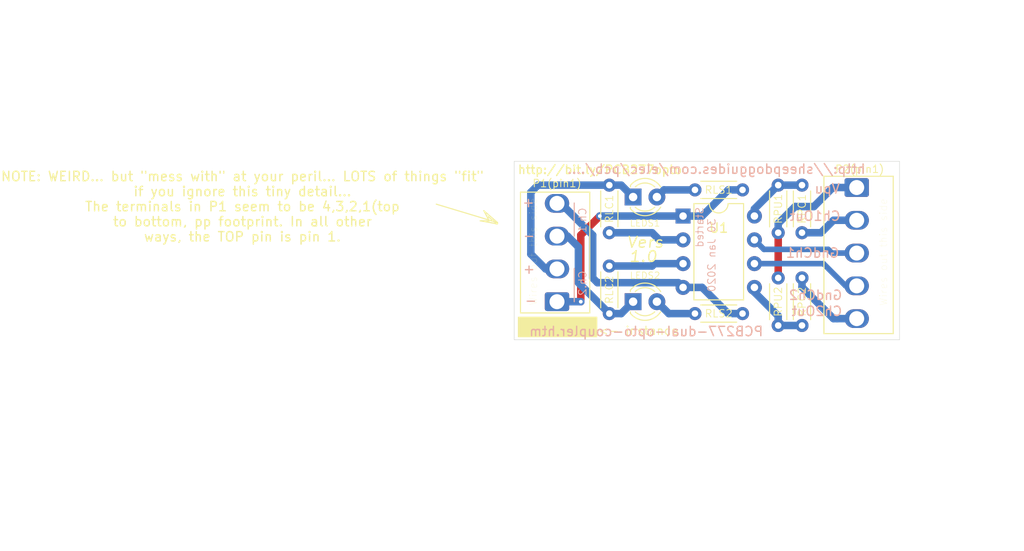
<source format=kicad_pcb>
(kicad_pcb (version 20171130) (host pcbnew "(5.1.5)-3")

  (general
    (thickness 1.6)
    (drawings 35)
    (tracks 69)
    (zones 0)
    (modules 13)
    (nets 16)
  )

  (page A4)
  (title_block
    (date "30 Jan 2020")
    (rev "Vers 1.0")
    (comment 1 "Started 30 Jan 2020... last day UK in EU.")
    (comment 2 "PCB277- Carrier for dual optocoupler. My second.")
  )

  (layers
    (0 F.Cu signal)
    (31 B.Cu signal)
    (32 B.Adhes user)
    (33 F.Adhes user)
    (34 B.Paste user)
    (35 F.Paste user)
    (36 B.SilkS user)
    (37 F.SilkS user)
    (38 B.Mask user)
    (39 F.Mask user)
    (40 Dwgs.User user)
    (41 Cmts.User user)
    (42 Eco1.User user)
    (43 Eco2.User user)
    (44 Edge.Cuts user)
    (45 Margin user)
    (46 B.CrtYd user)
    (47 F.CrtYd user)
    (48 B.Fab user)
    (49 F.Fab user)
  )

  (setup
    (last_trace_width 0.25)
    (user_trace_width 0.6)
    (user_trace_width 0.8)
    (trace_clearance 0.2)
    (zone_clearance 0.508)
    (zone_45_only no)
    (trace_min 0.2)
    (via_size 0.8)
    (via_drill 0.4)
    (via_min_size 0.4)
    (via_min_drill 0.3)
    (uvia_size 0.3)
    (uvia_drill 0.1)
    (uvias_allowed no)
    (uvia_min_size 0.2)
    (uvia_min_drill 0.1)
    (edge_width 0.05)
    (segment_width 0.2)
    (pcb_text_width 0.3)
    (pcb_text_size 1.5 1.5)
    (mod_edge_width 0.12)
    (mod_text_size 1 1)
    (mod_text_width 0.15)
    (pad_size 1.524 1.524)
    (pad_drill 0.762)
    (pad_to_mask_clearance 0.051)
    (solder_mask_min_width 0.25)
    (aux_axis_origin 0 0)
    (visible_elements 7FFFFFFF)
    (pcbplotparams
      (layerselection 0x010fc_ffffffff)
      (usegerberextensions false)
      (usegerberattributes false)
      (usegerberadvancedattributes false)
      (creategerberjobfile false)
      (excludeedgelayer true)
      (linewidth 0.100000)
      (plotframeref false)
      (viasonmask false)
      (mode 1)
      (useauxorigin false)
      (hpglpennumber 1)
      (hpglpenspeed 20)
      (hpglpendiameter 15.000000)
      (psnegative false)
      (psa4output false)
      (plotreference true)
      (plotvalue true)
      (plotinvisibletext false)
      (padsonsilk false)
      (subtractmaskfromsilk false)
      (outputformat 1)
      (mirror false)
      (drillshape 1)
      (scaleselection 1)
      (outputdirectory ""))
  )

  (net 0 "")
  (net 1 "Net-(LEDS1-Pad1)")
  (net 2 "Net-(LEDS1-Pad2)")
  (net 3 "Net-(LEDS2-Pad2)")
  (net 4 "Net-(LEDS2-Pad1)")
  (net 5 "Net-(P1-Pad1)")
  (net 6 "Net-(P1-Pad4)")
  (net 7 "Net-(P2-Pad1)")
  (net 8 "Net-(P2-Pad2)")
  (net 9 "Net-(P2-Pad3)")
  (net 10 "Net-(P2-Pad4)")
  (net 11 "Net-(P2-Pad5)")
  (net 12 "Net-(RLC1-Pad1)")
  (net 13 "Net-(RLC2-Pad1)")
  (net 14 "Net-(RPC1-Pad2)")
  (net 15 "Net-(RPC2-Pad2)")

  (net_class Default "This is the default net class."
    (clearance 0.2)
    (trace_width 0.25)
    (via_dia 0.8)
    (via_drill 0.4)
    (uvia_dia 0.3)
    (uvia_drill 0.1)
    (add_net "Net-(LEDS1-Pad1)")
    (add_net "Net-(LEDS1-Pad2)")
    (add_net "Net-(LEDS2-Pad1)")
    (add_net "Net-(LEDS2-Pad2)")
    (add_net "Net-(P1-Pad1)")
    (add_net "Net-(P1-Pad4)")
    (add_net "Net-(P2-Pad1)")
    (add_net "Net-(P2-Pad2)")
    (add_net "Net-(P2-Pad3)")
    (add_net "Net-(P2-Pad4)")
    (add_net "Net-(P2-Pad5)")
    (add_net "Net-(RLC1-Pad1)")
    (add_net "Net-(RLC2-Pad1)")
    (add_net "Net-(RPC1-Pad2)")
    (add_net "Net-(RPC2-Pad2)")
  )

  (module LED_THT:LED_D3.0mm (layer F.Cu) (tedit 587A3A7B) (tstamp 5E332F8D)
    (at 222.25 128.27)
    (descr "LED, diameter 3.0mm, 2 pins")
    (tags "LED diameter 3.0mm 2 pins")
    (path /58837568)
    (fp_text reference LEDS1 (at 1.27 2.794) (layer F.SilkS)
      (effects (font (size 0.7 0.7) (thickness 0.07)))
    )
    (fp_text value ~ (at 1.27 2.96) (layer F.Fab)
      (effects (font (size 1 1) (thickness 0.15)))
    )
    (fp_arc (start 1.27 0) (end -0.23 -1.16619) (angle 284.3) (layer F.Fab) (width 0.1))
    (fp_arc (start 1.27 0) (end -0.29 -1.235516) (angle 108.8) (layer F.SilkS) (width 0.12))
    (fp_arc (start 1.27 0) (end -0.29 1.235516) (angle -108.8) (layer F.SilkS) (width 0.12))
    (fp_arc (start 1.27 0) (end 0.229039 -1.08) (angle 87.9) (layer F.SilkS) (width 0.12))
    (fp_arc (start 1.27 0) (end 0.229039 1.08) (angle -87.9) (layer F.SilkS) (width 0.12))
    (fp_circle (center 1.27 0) (end 2.77 0) (layer F.Fab) (width 0.1))
    (fp_line (start -0.23 -1.16619) (end -0.23 1.16619) (layer F.Fab) (width 0.1))
    (fp_line (start -0.29 -1.236) (end -0.29 -1.08) (layer F.SilkS) (width 0.12))
    (fp_line (start -0.29 1.08) (end -0.29 1.236) (layer F.SilkS) (width 0.12))
    (fp_line (start -1.15 -2.25) (end -1.15 2.25) (layer F.CrtYd) (width 0.05))
    (fp_line (start -1.15 2.25) (end 3.7 2.25) (layer F.CrtYd) (width 0.05))
    (fp_line (start 3.7 2.25) (end 3.7 -2.25) (layer F.CrtYd) (width 0.05))
    (fp_line (start 3.7 -2.25) (end -1.15 -2.25) (layer F.CrtYd) (width 0.05))
    (pad 1 thru_hole rect (at 0 0) (size 1.8 1.8) (drill 0.9) (layers *.Cu *.Mask)
      (net 1 "Net-(LEDS1-Pad1)"))
    (pad 2 thru_hole circle (at 2.54 0) (size 1.8 1.8) (drill 0.9) (layers *.Cu *.Mask)
      (net 2 "Net-(LEDS1-Pad2)"))
    (model ${KISYS3DMOD}/LED_THT.3dshapes/LED_D3.0mm.wrl
      (at (xyz 0 0 0))
      (scale (xyz 1 1 1))
      (rotate (xyz 0 0 0))
    )
  )

  (module LED_THT:LED_D3.0mm (layer F.Cu) (tedit 587A3A7B) (tstamp 5E332FA0)
    (at 222.25 139.446)
    (descr "LED, diameter 3.0mm, 2 pins")
    (tags "LED diameter 3.0mm 2 pins")
    (path /5883760B)
    (fp_text reference LEDS2 (at 1.27 -2.794) (layer F.SilkS)
      (effects (font (size 0.7 0.7) (thickness 0.07)))
    )
    (fp_text value ~ (at 1.27 2.96) (layer F.Fab)
      (effects (font (size 1 1) (thickness 0.15)))
    )
    (fp_line (start 3.7 -2.25) (end -1.15 -2.25) (layer F.CrtYd) (width 0.05))
    (fp_line (start 3.7 2.25) (end 3.7 -2.25) (layer F.CrtYd) (width 0.05))
    (fp_line (start -1.15 2.25) (end 3.7 2.25) (layer F.CrtYd) (width 0.05))
    (fp_line (start -1.15 -2.25) (end -1.15 2.25) (layer F.CrtYd) (width 0.05))
    (fp_line (start -0.29 1.08) (end -0.29 1.236) (layer F.SilkS) (width 0.12))
    (fp_line (start -0.29 -1.236) (end -0.29 -1.08) (layer F.SilkS) (width 0.12))
    (fp_line (start -0.23 -1.16619) (end -0.23 1.16619) (layer F.Fab) (width 0.1))
    (fp_circle (center 1.27 0) (end 2.77 0) (layer F.Fab) (width 0.1))
    (fp_arc (start 1.27 0) (end 0.229039 1.08) (angle -87.9) (layer F.SilkS) (width 0.12))
    (fp_arc (start 1.27 0) (end 0.229039 -1.08) (angle 87.9) (layer F.SilkS) (width 0.12))
    (fp_arc (start 1.27 0) (end -0.29 1.235516) (angle -108.8) (layer F.SilkS) (width 0.12))
    (fp_arc (start 1.27 0) (end -0.29 -1.235516) (angle 108.8) (layer F.SilkS) (width 0.12))
    (fp_arc (start 1.27 0) (end -0.23 -1.16619) (angle 284.3) (layer F.Fab) (width 0.1))
    (pad 2 thru_hole circle (at 2.54 0) (size 1.8 1.8) (drill 0.9) (layers *.Cu *.Mask)
      (net 3 "Net-(LEDS2-Pad2)"))
    (pad 1 thru_hole rect (at 0 0) (size 1.8 1.8) (drill 0.9) (layers *.Cu *.Mask)
      (net 4 "Net-(LEDS2-Pad1)"))
    (model ${KISYS3DMOD}/LED_THT.3dshapes/LED_D3.0mm.wrl
      (at (xyz 0 0 0))
      (scale (xyz 1 1 1))
      (rotate (xyz 0 0 0))
    )
  )

  (module "aaTKB frm Jan2020:Frm_Camden_CTB3051-but-1x04_P3.50mm" (layer F.Cu) (tedit 5E32D7AC) (tstamp 5E332FB8)
    (at 214.122 139.446 90)
    (descr "Molex 734 Male header (for PCBs); Straight solder pin 1 x 1 mm, 734-134 , 4 Pins (http://www.farnell.com/datasheets/2157639.pdf), generated with kicad-footprint-generator")
    (tags "connector Wago  side entry")
    (path /5E32FA50)
    (fp_text reference "P1(pin1)" (at 12.6365 0 180) (layer F.SilkS)
      (effects (font (size 0.8 0.8) (thickness 0.1)))
    )
    (fp_text value Conn_01x04_Female (at -1.778 -17.399 90) (layer F.Fab)
      (effects (font (size 1 1) (thickness 0.15)))
    )
    (fp_line (start -1.35 -4.15) (end -1.35 4.35) (layer F.Fab) (width 0.1))
    (fp_line (start -1.35 4.35) (end 11.8 4.35) (layer F.Fab) (width 0.1))
    (fp_line (start 11.8 -4.15) (end -1.35 -4.15) (layer F.Fab) (width 0.1))
    (fp_line (start -1.2 -3.9) (end -1.2 3.5) (layer F.SilkS) (width 0.12))
    (fp_line (start -1.2 3.5) (end 11.7 3.5) (layer F.SilkS) (width 0.12))
    (fp_line (start 11.7 -3.9) (end -1.2 -3.9) (layer F.SilkS) (width 0.12))
    (fp_line (start -0.5 -4.15) (end 0 -3.442893) (layer F.Fab) (width 0.1))
    (fp_line (start 0 -3.442893) (end 0.5 -4.15) (layer F.Fab) (width 0.1))
    (fp_line (start -1.2 -4) (end -1.2 4.2) (layer F.CrtYd) (width 0.05))
    (fp_line (start -1.2 4.2) (end 11.7 4.2) (layer F.CrtYd) (width 0.05))
    (fp_line (start 11.7 -4) (end -1.2 -4) (layer F.CrtYd) (width 0.05))
    (fp_text user %R (at -13.716 -2.286 180) (layer F.Fab)
      (effects (font (size 1 1) (thickness 0.15)))
    )
    (fp_line (start 11.7 4.2) (end 11.7 -4) (layer F.CrtYd) (width 0.05))
    (fp_line (start 11.8 4.35) (end 11.8 -4.15) (layer F.Fab) (width 0.1))
    (fp_line (start 11.7 3.5) (end 11.7 -3.9) (layer F.SilkS) (width 0.12))
    (fp_text user "Wires out this side" (at 5.334 -2.54 270) (layer F.SilkS)
      (effects (font (size 0.8 0.8) (thickness 0.012)))
    )
    (pad 1 thru_hole roundrect (at 0 0 90) (size 2 2.6) (drill 1.6) (layers *.Cu *.Mask) (roundrect_rratio 0.125)
      (net 5 "Net-(P1-Pad1)"))
    (pad 2 thru_hole oval (at 3.5 0 90) (size 2 2.6) (drill 1.6) (layers *.Cu *.Mask)
      (net 1 "Net-(LEDS1-Pad1)"))
    (pad 3 thru_hole oval (at 7 0 90) (size 2 2.6) (drill 1.6) (layers *.Cu *.Mask)
      (net 4 "Net-(LEDS2-Pad1)"))
    (pad 4 thru_hole oval (at 10.5 0 90) (size 2 2.6) (drill 1.6) (layers *.Cu *.Mask)
      (net 6 "Net-(P1-Pad4)"))
    (model ${KISYS3DMOD}/Connector_Wago.3dshapes/Wago_734-134_1x04_P3.50mm_Vertical.wrl
      (at (xyz 0 0 0))
      (scale (xyz 1 1 1))
      (rotate (xyz 0 0 0))
    )
  )

  (module "aaTKB frm Jan2020:Frm_Camden_CTB3051-but-1x05_P3.50mm" (layer F.Cu) (tedit 5E32AF5B) (tstamp 5E332FD1)
    (at 246.126 127.254 270)
    (descr "Molex 734 Male header (for PCBs); Straight solder pin 1 x 1 mm, 734-134 , 4 Pins (http://www.farnell.com/datasheets/2157639.pdf), generated with kicad-footprint-generator")
    (tags "connector Wago  side entry")
    (path /5E32E69E)
    (fp_text reference "P2(pin1)" (at -1.9685 -0.3175 180) (layer F.SilkS)
      (effects (font (size 0.8 0.8) (thickness 0.1)))
    )
    (fp_text value Conn_01x05_Female (at 7.62 -17.018 90) (layer F.Fab)
      (effects (font (size 1 1) (thickness 0.15)))
    )
    (fp_line (start -1.35 -4.15) (end -1.35 4.35) (layer F.Fab) (width 0.1))
    (fp_line (start -1.35 4.35) (end 15.7 4.35) (layer F.Fab) (width 0.1))
    (fp_line (start 15.7 -4.15) (end -1.35 -4.15) (layer F.Fab) (width 0.1))
    (fp_line (start -1.2 -3.9) (end -1.2 3.5) (layer F.SilkS) (width 0.12))
    (fp_line (start -1.2 3.5) (end 15.6 3.5) (layer F.SilkS) (width 0.12))
    (fp_line (start 15.6 -3.9) (end -1.2 -3.9) (layer F.SilkS) (width 0.12))
    (fp_line (start -0.5 -4.15) (end 0 -3.442893) (layer F.Fab) (width 0.1))
    (fp_line (start 0 -3.442893) (end 0.5 -4.15) (layer F.Fab) (width 0.1))
    (fp_line (start -1.2 -4) (end -1.2 4.2) (layer F.CrtYd) (width 0.05))
    (fp_line (start -1.2 4.2) (end 15.7 4.2) (layer F.CrtYd) (width 0.05))
    (fp_line (start 15.7 -4) (end -1.2 -4) (layer F.CrtYd) (width 0.05))
    (fp_text user %R (at -14.478 0 180) (layer F.Fab)
      (effects (font (size 1 1) (thickness 0.15)))
    )
    (fp_line (start 15.7 4.2) (end 15.7 -4) (layer F.CrtYd) (width 0.05))
    (fp_line (start 15.7 4.35) (end 15.7 -4.15) (layer F.Fab) (width 0.1))
    (fp_line (start 15.6 3.5) (end 15.6 -3.9) (layer F.SilkS) (width 0.12))
    (fp_text user "Wires out this side" (at 6.9 -2.85 270) (layer F.SilkS)
      (effects (font (size 0.8 0.8) (thickness 0.012)))
    )
    (pad 1 thru_hole roundrect (at 0 0 270) (size 2 2.6) (drill 1.6) (layers *.Cu *.Mask) (roundrect_rratio 0.125)
      (net 7 "Net-(P2-Pad1)"))
    (pad 2 thru_hole oval (at 3.5 0 270) (size 2 2.6) (drill 1.6) (layers *.Cu *.Mask)
      (net 8 "Net-(P2-Pad2)"))
    (pad 3 thru_hole oval (at 7 0 270) (size 2 2.6) (drill 1.6) (layers *.Cu *.Mask)
      (net 9 "Net-(P2-Pad3)"))
    (pad 4 thru_hole oval (at 10.5 0 270) (size 2 2.6) (drill 1.6) (layers *.Cu *.Mask)
      (net 10 "Net-(P2-Pad4)"))
    (pad 5 thru_hole oval (at 14 0 270) (size 2 2.6) (drill 1.6) (layers *.Cu *.Mask)
      (net 11 "Net-(P2-Pad5)"))
    (model ${KISYS3DMOD}/Connector_Wago.3dshapes/Wago_734-134_1x04_P3.50mm_Vertical.wrl
      (at (xyz 0 0 0))
      (scale (xyz 1 1 1))
      (rotate (xyz 0 0 0))
    )
  )

  (module Resistor_THT:R_Axial_DIN0204_L3.6mm_D1.6mm_P5.08mm_Horizontal (layer F.Cu) (tedit 5AE5139B) (tstamp 5E332FE4)
    (at 219.71 132.08 90)
    (descr "Resistor, Axial_DIN0204 series, Axial, Horizontal, pin pitch=5.08mm, 0.167W, length*diameter=3.6*1.6mm^2, http://cdn-reichelt.de/documents/datenblatt/B400/1_4W%23YAG.pdf")
    (tags "Resistor Axial_DIN0204 series Axial Horizontal pin pitch 5.08mm 0.167W length 3.6mm diameter 1.6mm")
    (path /58835FEA)
    (fp_text reference RLC1 (at 2.54 0 90) (layer F.SilkS)
      (effects (font (size 0.8 0.8) (thickness 0.09)))
    )
    (fp_text value ~ (at 2.54 1.92 90) (layer F.Fab)
      (effects (font (size 1 1) (thickness 0.15)))
    )
    (fp_line (start 0.74 -0.8) (end 0.74 0.8) (layer F.Fab) (width 0.1))
    (fp_line (start 0.74 0.8) (end 4.34 0.8) (layer F.Fab) (width 0.1))
    (fp_line (start 4.34 0.8) (end 4.34 -0.8) (layer F.Fab) (width 0.1))
    (fp_line (start 4.34 -0.8) (end 0.74 -0.8) (layer F.Fab) (width 0.1))
    (fp_line (start 0 0) (end 0.74 0) (layer F.Fab) (width 0.1))
    (fp_line (start 5.08 0) (end 4.34 0) (layer F.Fab) (width 0.1))
    (fp_line (start 0.62 -0.92) (end 4.46 -0.92) (layer F.SilkS) (width 0.12))
    (fp_line (start 0.62 0.92) (end 4.46 0.92) (layer F.SilkS) (width 0.12))
    (fp_line (start -0.95 -1.05) (end -0.95 1.05) (layer F.CrtYd) (width 0.05))
    (fp_line (start -0.95 1.05) (end 6.03 1.05) (layer F.CrtYd) (width 0.05))
    (fp_line (start 6.03 1.05) (end 6.03 -1.05) (layer F.CrtYd) (width 0.05))
    (fp_line (start 6.03 -1.05) (end -0.95 -1.05) (layer F.CrtYd) (width 0.05))
    (fp_text user %R (at 20.32 0 90) (layer F.Fab)
      (effects (font (size 0.72 0.72) (thickness 0.108)))
    )
    (pad 1 thru_hole circle (at 0 0 90) (size 1.4 1.4) (drill 0.7) (layers *.Cu *.Mask)
      (net 12 "Net-(RLC1-Pad1)"))
    (pad 2 thru_hole oval (at 5.08 0 90) (size 1.4 1.4) (drill 0.7) (layers *.Cu *.Mask)
      (net 1 "Net-(LEDS1-Pad1)"))
    (model ${KISYS3DMOD}/Resistor_THT.3dshapes/R_Axial_DIN0204_L3.6mm_D1.6mm_P5.08mm_Horizontal.wrl
      (at (xyz 0 0 0))
      (scale (xyz 1 1 1))
      (rotate (xyz 0 0 0))
    )
  )

  (module Resistor_THT:R_Axial_DIN0204_L3.6mm_D1.6mm_P5.08mm_Horizontal (layer F.Cu) (tedit 5AE5139B) (tstamp 5E32E213)
    (at 219.71 135.636 270)
    (descr "Resistor, Axial_DIN0204 series, Axial, Horizontal, pin pitch=5.08mm, 0.167W, length*diameter=3.6*1.6mm^2, http://cdn-reichelt.de/documents/datenblatt/B400/1_4W%23YAG.pdf")
    (tags "Resistor Axial_DIN0204 series Axial Horizontal pin pitch 5.08mm 0.167W length 3.6mm diameter 1.6mm")
    (path /58836509)
    (fp_text reference RLC2 (at 2.54 0 90) (layer F.SilkS)
      (effects (font (size 0.8 0.8) (thickness 0.09)))
    )
    (fp_text value ~ (at 2.54 1.92 90) (layer F.Fab)
      (effects (font (size 1 1) (thickness 0.15)))
    )
    (fp_text user %R (at 22.606 0 90) (layer F.Fab)
      (effects (font (size 0.72 0.72) (thickness 0.108)))
    )
    (fp_line (start 6.03 -1.05) (end -0.95 -1.05) (layer F.CrtYd) (width 0.05))
    (fp_line (start 6.03 1.05) (end 6.03 -1.05) (layer F.CrtYd) (width 0.05))
    (fp_line (start -0.95 1.05) (end 6.03 1.05) (layer F.CrtYd) (width 0.05))
    (fp_line (start -0.95 -1.05) (end -0.95 1.05) (layer F.CrtYd) (width 0.05))
    (fp_line (start 0.62 0.92) (end 4.46 0.92) (layer F.SilkS) (width 0.12))
    (fp_line (start 0.62 -0.92) (end 4.46 -0.92) (layer F.SilkS) (width 0.12))
    (fp_line (start 5.08 0) (end 4.34 0) (layer F.Fab) (width 0.1))
    (fp_line (start 0 0) (end 0.74 0) (layer F.Fab) (width 0.1))
    (fp_line (start 4.34 -0.8) (end 0.74 -0.8) (layer F.Fab) (width 0.1))
    (fp_line (start 4.34 0.8) (end 4.34 -0.8) (layer F.Fab) (width 0.1))
    (fp_line (start 0.74 0.8) (end 4.34 0.8) (layer F.Fab) (width 0.1))
    (fp_line (start 0.74 -0.8) (end 0.74 0.8) (layer F.Fab) (width 0.1))
    (pad 2 thru_hole oval (at 5.08 0 270) (size 1.4 1.4) (drill 0.7) (layers *.Cu *.Mask)
      (net 4 "Net-(LEDS2-Pad1)"))
    (pad 1 thru_hole circle (at 0 0 270) (size 1.4 1.4) (drill 0.7) (layers *.Cu *.Mask)
      (net 13 "Net-(RLC2-Pad1)"))
    (model ${KISYS3DMOD}/Resistor_THT.3dshapes/R_Axial_DIN0204_L3.6mm_D1.6mm_P5.08mm_Horizontal.wrl
      (at (xyz 0 0 0))
      (scale (xyz 1 1 1))
      (rotate (xyz 0 0 0))
    )
  )

  (module Resistor_THT:R_Axial_DIN0204_L3.6mm_D1.6mm_P5.08mm_Horizontal (layer F.Cu) (tedit 5AE5139B) (tstamp 5E33300A)
    (at 228.854 127.508)
    (descr "Resistor, Axial_DIN0204 series, Axial, Horizontal, pin pitch=5.08mm, 0.167W, length*diameter=3.6*1.6mm^2, http://cdn-reichelt.de/documents/datenblatt/B400/1_4W%23YAG.pdf")
    (tags "Resistor Axial_DIN0204 series Axial Horizontal pin pitch 5.08mm 0.167W length 3.6mm diameter 1.6mm")
    (path /58836759)
    (fp_text reference RLS1 (at 2.54 0) (layer F.SilkS)
      (effects (font (size 0.8 0.8) (thickness 0.09)))
    )
    (fp_text value ~ (at 2.54 1.92) (layer F.Fab)
      (effects (font (size 1 1) (thickness 0.15)))
    )
    (fp_text user %R (at 2.54 -15.24) (layer F.Fab)
      (effects (font (size 0.72 0.72) (thickness 0.108)))
    )
    (fp_line (start 6.03 -1.05) (end -0.95 -1.05) (layer F.CrtYd) (width 0.05))
    (fp_line (start 6.03 1.05) (end 6.03 -1.05) (layer F.CrtYd) (width 0.05))
    (fp_line (start -0.95 1.05) (end 6.03 1.05) (layer F.CrtYd) (width 0.05))
    (fp_line (start -0.95 -1.05) (end -0.95 1.05) (layer F.CrtYd) (width 0.05))
    (fp_line (start 0.62 0.92) (end 4.46 0.92) (layer F.SilkS) (width 0.12))
    (fp_line (start 0.62 -0.92) (end 4.46 -0.92) (layer F.SilkS) (width 0.12))
    (fp_line (start 5.08 0) (end 4.34 0) (layer F.Fab) (width 0.1))
    (fp_line (start 0 0) (end 0.74 0) (layer F.Fab) (width 0.1))
    (fp_line (start 4.34 -0.8) (end 0.74 -0.8) (layer F.Fab) (width 0.1))
    (fp_line (start 4.34 0.8) (end 4.34 -0.8) (layer F.Fab) (width 0.1))
    (fp_line (start 0.74 0.8) (end 4.34 0.8) (layer F.Fab) (width 0.1))
    (fp_line (start 0.74 -0.8) (end 0.74 0.8) (layer F.Fab) (width 0.1))
    (pad 2 thru_hole oval (at 5.08 0) (size 1.4 1.4) (drill 0.7) (layers *.Cu *.Mask)
      (net 5 "Net-(P1-Pad1)"))
    (pad 1 thru_hole circle (at 0 0) (size 1.4 1.4) (drill 0.7) (layers *.Cu *.Mask)
      (net 2 "Net-(LEDS1-Pad2)"))
    (model ${KISYS3DMOD}/Resistor_THT.3dshapes/R_Axial_DIN0204_L3.6mm_D1.6mm_P5.08mm_Horizontal.wrl
      (at (xyz 0 0 0))
      (scale (xyz 1 1 1))
      (rotate (xyz 0 0 0))
    )
  )

  (module Resistor_THT:R_Axial_DIN0204_L3.6mm_D1.6mm_P5.08mm_Horizontal (layer F.Cu) (tedit 5AE5139B) (tstamp 5E33301D)
    (at 228.854 140.716)
    (descr "Resistor, Axial_DIN0204 series, Axial, Horizontal, pin pitch=5.08mm, 0.167W, length*diameter=3.6*1.6mm^2, http://cdn-reichelt.de/documents/datenblatt/B400/1_4W%23YAG.pdf")
    (tags "Resistor Axial_DIN0204 series Axial Horizontal pin pitch 5.08mm 0.167W length 3.6mm diameter 1.6mm")
    (path /5883688B)
    (fp_text reference RLS2 (at 2.54 0) (layer F.SilkS)
      (effects (font (size 0.8 0.8) (thickness 0.09)))
    )
    (fp_text value ~ (at 2.54 1.92) (layer F.Fab)
      (effects (font (size 1 1) (thickness 0.15)))
    )
    (fp_line (start 0.74 -0.8) (end 0.74 0.8) (layer F.Fab) (width 0.1))
    (fp_line (start 0.74 0.8) (end 4.34 0.8) (layer F.Fab) (width 0.1))
    (fp_line (start 4.34 0.8) (end 4.34 -0.8) (layer F.Fab) (width 0.1))
    (fp_line (start 4.34 -0.8) (end 0.74 -0.8) (layer F.Fab) (width 0.1))
    (fp_line (start 0 0) (end 0.74 0) (layer F.Fab) (width 0.1))
    (fp_line (start 5.08 0) (end 4.34 0) (layer F.Fab) (width 0.1))
    (fp_line (start 0.62 -0.92) (end 4.46 -0.92) (layer F.SilkS) (width 0.12))
    (fp_line (start 0.62 0.92) (end 4.46 0.92) (layer F.SilkS) (width 0.12))
    (fp_line (start -0.95 -1.05) (end -0.95 1.05) (layer F.CrtYd) (width 0.05))
    (fp_line (start -0.95 1.05) (end 6.03 1.05) (layer F.CrtYd) (width 0.05))
    (fp_line (start 6.03 1.05) (end 6.03 -1.05) (layer F.CrtYd) (width 0.05))
    (fp_line (start 6.03 -1.05) (end -0.95 -1.05) (layer F.CrtYd) (width 0.05))
    (fp_text user %R (at 2.286 14.986) (layer F.Fab)
      (effects (font (size 0.72 0.72) (thickness 0.108)))
    )
    (pad 1 thru_hole circle (at 0 0) (size 1.4 1.4) (drill 0.7) (layers *.Cu *.Mask)
      (net 3 "Net-(LEDS2-Pad2)"))
    (pad 2 thru_hole oval (at 5.08 0) (size 1.4 1.4) (drill 0.7) (layers *.Cu *.Mask)
      (net 6 "Net-(P1-Pad4)"))
    (model ${KISYS3DMOD}/Resistor_THT.3dshapes/R_Axial_DIN0204_L3.6mm_D1.6mm_P5.08mm_Horizontal.wrl
      (at (xyz 0 0 0))
      (scale (xyz 1 1 1))
      (rotate (xyz 0 0 0))
    )
  )

  (module Resistor_THT:R_Axial_DIN0204_L3.6mm_D1.6mm_P5.08mm_Horizontal (layer F.Cu) (tedit 5AE5139B) (tstamp 5E333030)
    (at 240.284 132.08 90)
    (descr "Resistor, Axial_DIN0204 series, Axial, Horizontal, pin pitch=5.08mm, 0.167W, length*diameter=3.6*1.6mm^2, http://cdn-reichelt.de/documents/datenblatt/B400/1_4W%23YAG.pdf")
    (tags "Resistor Axial_DIN0204 series Axial Horizontal pin pitch 5.08mm 0.167W length 3.6mm diameter 1.6mm")
    (path /58938B22)
    (fp_text reference RPC1 (at 2.54 0 90) (layer F.SilkS)
      (effects (font (size 0.8 0.8) (thickness 0.09)))
    )
    (fp_text value ~ (at 2.54 1.92 90) (layer F.Fab)
      (effects (font (size 1 1) (thickness 0.15)))
    )
    (fp_line (start 0.74 -0.8) (end 0.74 0.8) (layer F.Fab) (width 0.1))
    (fp_line (start 0.74 0.8) (end 4.34 0.8) (layer F.Fab) (width 0.1))
    (fp_line (start 4.34 0.8) (end 4.34 -0.8) (layer F.Fab) (width 0.1))
    (fp_line (start 4.34 -0.8) (end 0.74 -0.8) (layer F.Fab) (width 0.1))
    (fp_line (start 0 0) (end 0.74 0) (layer F.Fab) (width 0.1))
    (fp_line (start 5.08 0) (end 4.34 0) (layer F.Fab) (width 0.1))
    (fp_line (start 0.62 -0.92) (end 4.46 -0.92) (layer F.SilkS) (width 0.12))
    (fp_line (start 0.62 0.92) (end 4.46 0.92) (layer F.SilkS) (width 0.12))
    (fp_line (start -0.95 -1.05) (end -0.95 1.05) (layer F.CrtYd) (width 0.05))
    (fp_line (start -0.95 1.05) (end 6.03 1.05) (layer F.CrtYd) (width 0.05))
    (fp_line (start 6.03 1.05) (end 6.03 -1.05) (layer F.CrtYd) (width 0.05))
    (fp_line (start 6.03 -1.05) (end -0.95 -1.05) (layer F.CrtYd) (width 0.05))
    (fp_text user %R (at 20.066 0 90) (layer F.Fab)
      (effects (font (size 0.72 0.72) (thickness 0.108)))
    )
    (pad 1 thru_hole circle (at 0 0 90) (size 1.4 1.4) (drill 0.7) (layers *.Cu *.Mask)
      (net 8 "Net-(P2-Pad2)"))
    (pad 2 thru_hole oval (at 5.08 0 90) (size 1.4 1.4) (drill 0.7) (layers *.Cu *.Mask)
      (net 14 "Net-(RPC1-Pad2)"))
    (model ${KISYS3DMOD}/Resistor_THT.3dshapes/R_Axial_DIN0204_L3.6mm_D1.6mm_P5.08mm_Horizontal.wrl
      (at (xyz 0 0 0))
      (scale (xyz 1 1 1))
      (rotate (xyz 0 0 0))
    )
  )

  (module Resistor_THT:R_Axial_DIN0204_L3.6mm_D1.6mm_P5.08mm_Horizontal (layer F.Cu) (tedit 5AE5139B) (tstamp 5E333043)
    (at 240.284 136.906 270)
    (descr "Resistor, Axial_DIN0204 series, Axial, Horizontal, pin pitch=5.08mm, 0.167W, length*diameter=3.6*1.6mm^2, http://cdn-reichelt.de/documents/datenblatt/B400/1_4W%23YAG.pdf")
    (tags "Resistor Axial_DIN0204 series Axial Horizontal pin pitch 5.08mm 0.167W length 3.6mm diameter 1.6mm")
    (path /58938BBD)
    (fp_text reference RPC2 (at 2.54 0 90) (layer F.SilkS)
      (effects (font (size 0.8 0.8) (thickness 0.09)))
    )
    (fp_text value ~ (at 2.54 1.92 90) (layer F.Fab)
      (effects (font (size 1 1) (thickness 0.15)))
    )
    (fp_text user %R (at 24.384 0 90) (layer F.Fab)
      (effects (font (size 0.72 0.72) (thickness 0.108)))
    )
    (fp_line (start 6.03 -1.05) (end -0.95 -1.05) (layer F.CrtYd) (width 0.05))
    (fp_line (start 6.03 1.05) (end 6.03 -1.05) (layer F.CrtYd) (width 0.05))
    (fp_line (start -0.95 1.05) (end 6.03 1.05) (layer F.CrtYd) (width 0.05))
    (fp_line (start -0.95 -1.05) (end -0.95 1.05) (layer F.CrtYd) (width 0.05))
    (fp_line (start 0.62 0.92) (end 4.46 0.92) (layer F.SilkS) (width 0.12))
    (fp_line (start 0.62 -0.92) (end 4.46 -0.92) (layer F.SilkS) (width 0.12))
    (fp_line (start 5.08 0) (end 4.34 0) (layer F.Fab) (width 0.1))
    (fp_line (start 0 0) (end 0.74 0) (layer F.Fab) (width 0.1))
    (fp_line (start 4.34 -0.8) (end 0.74 -0.8) (layer F.Fab) (width 0.1))
    (fp_line (start 4.34 0.8) (end 4.34 -0.8) (layer F.Fab) (width 0.1))
    (fp_line (start 0.74 0.8) (end 4.34 0.8) (layer F.Fab) (width 0.1))
    (fp_line (start 0.74 -0.8) (end 0.74 0.8) (layer F.Fab) (width 0.1))
    (pad 2 thru_hole oval (at 5.08 0 270) (size 1.4 1.4) (drill 0.7) (layers *.Cu *.Mask)
      (net 15 "Net-(RPC2-Pad2)"))
    (pad 1 thru_hole circle (at 0 0 270) (size 1.4 1.4) (drill 0.7) (layers *.Cu *.Mask)
      (net 11 "Net-(P2-Pad5)"))
    (model ${KISYS3DMOD}/Resistor_THT.3dshapes/R_Axial_DIN0204_L3.6mm_D1.6mm_P5.08mm_Horizontal.wrl
      (at (xyz 0 0 0))
      (scale (xyz 1 1 1))
      (rotate (xyz 0 0 0))
    )
  )

  (module Resistor_THT:R_Axial_DIN0204_L3.6mm_D1.6mm_P5.08mm_Horizontal (layer F.Cu) (tedit 5AE5139B) (tstamp 5E333056)
    (at 237.744 132.08 90)
    (descr "Resistor, Axial_DIN0204 series, Axial, Horizontal, pin pitch=5.08mm, 0.167W, length*diameter=3.6*1.6mm^2, http://cdn-reichelt.de/documents/datenblatt/B400/1_4W%23YAG.pdf")
    (tags "Resistor Axial_DIN0204 series Axial Horizontal pin pitch 5.08mm 0.167W length 3.6mm diameter 1.6mm")
    (path /58836D58)
    (fp_text reference RPU1 (at 2.54 0 90) (layer F.SilkS)
      (effects (font (size 0.8 0.8) (thickness 0.09)))
    )
    (fp_text value 10k (at 23.368 -0.762 90) (layer F.Fab)
      (effects (font (size 1 1) (thickness 0.15)))
    )
    (fp_text user %R (at 20.066 -0.508 90) (layer F.Fab)
      (effects (font (size 0.72 0.72) (thickness 0.108)))
    )
    (fp_line (start 6.03 -1.05) (end -0.95 -1.05) (layer F.CrtYd) (width 0.05))
    (fp_line (start 6.03 1.05) (end 6.03 -1.05) (layer F.CrtYd) (width 0.05))
    (fp_line (start -0.95 1.05) (end 6.03 1.05) (layer F.CrtYd) (width 0.05))
    (fp_line (start -0.95 -1.05) (end -0.95 1.05) (layer F.CrtYd) (width 0.05))
    (fp_line (start 0.62 0.92) (end 4.46 0.92) (layer F.SilkS) (width 0.12))
    (fp_line (start 0.62 -0.92) (end 4.46 -0.92) (layer F.SilkS) (width 0.12))
    (fp_line (start 5.08 0) (end 4.34 0) (layer F.Fab) (width 0.1))
    (fp_line (start 0 0) (end 0.74 0) (layer F.Fab) (width 0.1))
    (fp_line (start 4.34 -0.8) (end 0.74 -0.8) (layer F.Fab) (width 0.1))
    (fp_line (start 4.34 0.8) (end 4.34 -0.8) (layer F.Fab) (width 0.1))
    (fp_line (start 0.74 0.8) (end 4.34 0.8) (layer F.Fab) (width 0.1))
    (fp_line (start 0.74 -0.8) (end 0.74 0.8) (layer F.Fab) (width 0.1))
    (pad 2 thru_hole oval (at 5.08 0 90) (size 1.4 1.4) (drill 0.7) (layers *.Cu *.Mask)
      (net 14 "Net-(RPC1-Pad2)"))
    (pad 1 thru_hole circle (at 0 0 90) (size 1.4 1.4) (drill 0.7) (layers *.Cu *.Mask)
      (net 7 "Net-(P2-Pad1)"))
    (model ${KISYS3DMOD}/Resistor_THT.3dshapes/R_Axial_DIN0204_L3.6mm_D1.6mm_P5.08mm_Horizontal.wrl
      (at (xyz 0 0 0))
      (scale (xyz 1 1 1))
      (rotate (xyz 0 0 0))
    )
  )

  (module Resistor_THT:R_Axial_DIN0204_L3.6mm_D1.6mm_P5.08mm_Horizontal (layer F.Cu) (tedit 5AE5139B) (tstamp 5E333069)
    (at 237.744 136.906 270)
    (descr "Resistor, Axial_DIN0204 series, Axial, Horizontal, pin pitch=5.08mm, 0.167W, length*diameter=3.6*1.6mm^2, http://cdn-reichelt.de/documents/datenblatt/B400/1_4W%23YAG.pdf")
    (tags "Resistor Axial_DIN0204 series Axial Horizontal pin pitch 5.08mm 0.167W length 3.6mm diameter 1.6mm")
    (path /5E34EBFB)
    (fp_text reference RPU2 (at 2.54 0 90) (layer F.SilkS)
      (effects (font (size 0.8 0.8) (thickness 0.09)))
    )
    (fp_text value 10k (at 27.686 0 90) (layer F.Fab)
      (effects (font (size 1 1) (thickness 0.15)))
    )
    (fp_line (start 0.74 -0.8) (end 0.74 0.8) (layer F.Fab) (width 0.1))
    (fp_line (start 0.74 0.8) (end 4.34 0.8) (layer F.Fab) (width 0.1))
    (fp_line (start 4.34 0.8) (end 4.34 -0.8) (layer F.Fab) (width 0.1))
    (fp_line (start 4.34 -0.8) (end 0.74 -0.8) (layer F.Fab) (width 0.1))
    (fp_line (start 0 0) (end 0.74 0) (layer F.Fab) (width 0.1))
    (fp_line (start 5.08 0) (end 4.34 0) (layer F.Fab) (width 0.1))
    (fp_line (start 0.62 -0.92) (end 4.46 -0.92) (layer F.SilkS) (width 0.12))
    (fp_line (start 0.62 0.92) (end 4.46 0.92) (layer F.SilkS) (width 0.12))
    (fp_line (start -0.95 -1.05) (end -0.95 1.05) (layer F.CrtYd) (width 0.05))
    (fp_line (start -0.95 1.05) (end 6.03 1.05) (layer F.CrtYd) (width 0.05))
    (fp_line (start 6.03 1.05) (end 6.03 -1.05) (layer F.CrtYd) (width 0.05))
    (fp_line (start 6.03 -1.05) (end -0.95 -1.05) (layer F.CrtYd) (width 0.05))
    (fp_text user %R (at 24.13 0 90) (layer F.Fab)
      (effects (font (size 0.72 0.72) (thickness 0.108)))
    )
    (pad 1 thru_hole circle (at 0 0 270) (size 1.4 1.4) (drill 0.7) (layers *.Cu *.Mask)
      (net 7 "Net-(P2-Pad1)"))
    (pad 2 thru_hole oval (at 5.08 0 270) (size 1.4 1.4) (drill 0.7) (layers *.Cu *.Mask)
      (net 15 "Net-(RPC2-Pad2)"))
    (model ${KISYS3DMOD}/Resistor_THT.3dshapes/R_Axial_DIN0204_L3.6mm_D1.6mm_P5.08mm_Horizontal.wrl
      (at (xyz 0 0 0))
      (scale (xyz 1 1 1))
      (rotate (xyz 0 0 0))
    )
  )

  (module Package_DIP:DIP-8_W7.62mm (layer F.Cu) (tedit 5A02E8C5) (tstamp 5E332221)
    (at 227.584 130.302)
    (descr "8-lead though-hole mounted DIP package, row spacing 7.62 mm (300 mils)")
    (tags "THT DIP DIL PDIP 2.54mm 7.62mm 300mil")
    (path /5E353BE8)
    (fp_text reference U1 (at 3.81 1.27) (layer F.SilkS)
      (effects (font (size 1 1) (thickness 0.15)))
    )
    (fp_text value OptoCoup-Dual-Inturned (at 6.096 28.194) (layer F.Fab)
      (effects (font (size 1 1) (thickness 0.15)))
    )
    (fp_arc (start 3.81 -1.33) (end 2.81 -1.33) (angle -180) (layer F.SilkS) (width 0.12))
    (fp_line (start 1.635 -1.27) (end 6.985 -1.27) (layer F.Fab) (width 0.1))
    (fp_line (start 6.985 -1.27) (end 6.985 8.89) (layer F.Fab) (width 0.1))
    (fp_line (start 6.985 8.89) (end 0.635 8.89) (layer F.Fab) (width 0.1))
    (fp_line (start 0.635 8.89) (end 0.635 -0.27) (layer F.Fab) (width 0.1))
    (fp_line (start 0.635 -0.27) (end 1.635 -1.27) (layer F.Fab) (width 0.1))
    (fp_line (start 2.81 -1.33) (end 1.16 -1.33) (layer F.SilkS) (width 0.12))
    (fp_line (start 1.16 -1.33) (end 1.16 8.95) (layer F.SilkS) (width 0.12))
    (fp_line (start 1.16 8.95) (end 6.46 8.95) (layer F.SilkS) (width 0.12))
    (fp_line (start 6.46 8.95) (end 6.46 -1.33) (layer F.SilkS) (width 0.12))
    (fp_line (start 6.46 -1.33) (end 4.81 -1.33) (layer F.SilkS) (width 0.12))
    (fp_line (start -1.1 -1.55) (end -1.1 9.15) (layer F.CrtYd) (width 0.05))
    (fp_line (start -1.1 9.15) (end 8.7 9.15) (layer F.CrtYd) (width 0.05))
    (fp_line (start 8.7 9.15) (end 8.7 -1.55) (layer F.CrtYd) (width 0.05))
    (fp_line (start 8.7 -1.55) (end -1.1 -1.55) (layer F.CrtYd) (width 0.05))
    (fp_text user %R (at 4.064 6.35) (layer F.Fab)
      (effects (font (size 1 1) (thickness 0.15)))
    )
    (pad 1 thru_hole rect (at 0 0) (size 1.6 1.6) (drill 0.8) (layers *.Cu *.Mask)
      (net 5 "Net-(P1-Pad1)"))
    (pad 5 thru_hole oval (at 7.62 7.62) (size 1.6 1.6) (drill 0.8) (layers *.Cu *.Mask)
      (net 15 "Net-(RPC2-Pad2)"))
    (pad 2 thru_hole oval (at 0 2.54) (size 1.6 1.6) (drill 0.8) (layers *.Cu *.Mask)
      (net 12 "Net-(RLC1-Pad1)"))
    (pad 6 thru_hole oval (at 7.62 5.08) (size 1.6 1.6) (drill 0.8) (layers *.Cu *.Mask)
      (net 10 "Net-(P2-Pad4)"))
    (pad 3 thru_hole oval (at 0 5.08) (size 1.6 1.6) (drill 0.8) (layers *.Cu *.Mask)
      (net 13 "Net-(RLC2-Pad1)"))
    (pad 7 thru_hole oval (at 7.62 2.54) (size 1.6 1.6) (drill 0.8) (layers *.Cu *.Mask)
      (net 9 "Net-(P2-Pad3)"))
    (pad 4 thru_hole oval (at 0 7.62) (size 1.6 1.6) (drill 0.8) (layers *.Cu *.Mask)
      (net 6 "Net-(P1-Pad4)"))
    (pad 8 thru_hole oval (at 7.62 0) (size 1.6 1.6) (drill 0.8) (layers *.Cu *.Mask)
      (net 14 "Net-(RPC1-Pad2)"))
    (model ${KISYS3DMOD}/Package_DIP.3dshapes/DIP-8_W7.62mm.wrl
      (at (xyz 0 0 0))
      (scale (xyz 1 1 1))
      (rotate (xyz 0 0 0))
    )
  )

  (gr_text "<- instance" (at 222.8088 142.5448) (layer F.SilkS)
    (effects (font (size 0.9 0.9) (thickness 0.1)))
  )
  (gr_text Ch2Out (at 244.6655 140.462) (layer B.SilkS) (tstamp 5E333234)
    (effects (font (size 1 1) (thickness 0.15)) (justify left mirror))
  )
  (gr_text "GndCh2\n" (at 244.6655 138.7475) (layer B.SilkS) (tstamp 5E3331FF)
    (effects (font (size 1 1) (thickness 0.15)) (justify left mirror))
  )
  (gr_text "GndCh1\n" (at 244.348 134.239) (layer B.SilkS) (tstamp 5E3331AB)
    (effects (font (size 1 1) (thickness 0.15)) (justify left mirror))
  )
  (gr_text Ch1Out (at 244.475 130.302) (layer B.SilkS) (tstamp 5E3331AB)
    (effects (font (size 1 1) (thickness 0.15)) (justify left mirror))
  )
  (gr_text Vpu (at 244.4115 127.381) (layer B.SilkS)
    (effects (font (size 1 1) (thickness 0.15)) (justify left mirror))
  )
  (gr_line (start 207.772 131.1275) (end 207.772 131.0005) (layer F.SilkS) (width 0.12) (tstamp 5E333134))
  (gr_line (start 207.5815 131.1275) (end 207.772 131.1275) (layer F.SilkS) (width 0.12))
  (gr_line (start 207.7085 131.1275) (end 206.6925 130.302) (layer F.SilkS) (width 0.12))
  (gr_line (start 205.9305 130.81) (end 207.7085 131.1275) (layer F.SilkS) (width 0.12))
  (gr_line (start 206.883 130.81) (end 205.9305 130.81) (layer F.SilkS) (width 0.12))
  (gr_line (start 206.3115 129.7305) (end 206.883 130.81) (layer F.SilkS) (width 0.12))
  (gr_line (start 207.772 131.0005) (end 206.3115 129.7305) (layer F.SilkS) (width 0.12))
  (gr_line (start 201.2315 129.032) (end 207.772 131.0005) (layer F.SilkS) (width 0.12))
  (gr_text "NOTE: WEIRD... but \"mess with\" at your peril... LOTS of things \"fit\"\nif you ignore this tiny detail...\nThe terminals in P1 seem to be 4,3,2,1(top\nto bottom, pp footprint. In all other\nways, the TOP pin is pin 1." (at 180.5305 129.286) (layer F.SilkS)
    (effects (font (size 1 1) (thickness 0.15)))
  )
  (gr_text Ch.2 (at 216.8525 137.4775 90) (layer B.SilkS) (tstamp 5E332FC1)
    (effects (font (size 0.8 0.8) (thickness 0.09)) (justify mirror))
  )
  (gr_text Ch.1 (at 216.8525 130.7465 90) (layer B.SilkS)
    (effects (font (size 0.8 0.8) (thickness 0.09)) (justify mirror))
  )
  (gr_line (start 215.9635 136.017) (end 215.9635 135.89) (layer B.SilkS) (width 0.12))
  (gr_line (start 215.9635 136.017) (end 215.9635 139.446) (layer B.SilkS) (width 0.12))
  (gr_line (start 215.9635 128.905) (end 215.9635 132.461) (layer B.SilkS) (width 0.12))
  (gr_text - (at 211.328 139.319) (layer B.SilkS)
    (effects (font (size 1 1) (thickness 0.15)) (justify mirror))
  )
  (gr_text - (at 211.1375 132.3975) (layer B.SilkS)
    (effects (font (size 1 1) (thickness 0.15)) (justify mirror))
  )
  (gr_text + (at 211.1375 135.9535) (layer B.SilkS)
    (effects (font (size 1 1) (thickness 0.15)) (justify mirror))
  )
  (gr_text + (at 211.074 128.8415) (layer B.SilkS)
    (effects (font (size 1 1) (thickness 0.15)) (justify mirror))
  )
  (gr_text "Started\n  30 Jan 2020" (at 229.997 129.286 90) (layer B.SilkS)
    (effects (font (size 0.8 0.8) (thickness 0.09)) (justify left mirror))
  )
  (gr_text PCB277-dual-opto-coupler.htm (at 223.647 142.621) (layer B.SilkS) (tstamp 5E332E21)
    (effects (font (size 1 1) (thickness 0.15)) (justify mirror))
  )
  (gr_text http://bit.ly/PCB277opto (at 209.8675 125.349) (layer F.SilkS)
    (effects (font (size 0.9 0.9) (thickness 0.15)) (justify left))
  )
  (gr_text http://sheepdogguides.com/elec/pcb/.... (at 231.14 125.2855) (layer B.SilkS)
    (effects (font (size 1 1) (thickness 0.15)) (justify mirror))
  )
  (gr_text 1.0 (at 221.742 134.62) (layer F.SilkS) (tstamp 5E33240A)
    (effects (font (size 1.15 1.25) (thickness 0.15) italic) (justify left))
  )
  (gr_text Vers (at 221.488 133.096) (layer F.SilkS)
    (effects (font (size 1.15 1.25) (thickness 0.15) italic) (justify left))
  )
  (gr_poly (pts (xy 218.3765 143.1925) (xy 209.9945 143.1925) (xy 209.9945 141.097) (xy 218.3765 141.097)) (layer F.SilkS) (width 0.1))
  (gr_line (start 209.55 143.51) (end 209.55 124.46) (layer Edge.Cuts) (width 0.05) (tstamp 5E32FEEB))
  (gr_line (start 250.698 143.51) (end 209.55 143.51) (layer Edge.Cuts) (width 0.05))
  (gr_line (start 250.698 124.46) (end 250.698 143.51) (layer Edge.Cuts) (width 0.05))
  (gr_line (start 209.55 124.46) (end 250.698 124.46) (layer Edge.Cuts) (width 0.05))

  (segment (start 220.98 127) (end 222.25 128.27) (width 0.8) (layer B.Cu) (net 1))
  (segment (start 219.71 127) (end 220.98 127) (width 0.8) (layer B.Cu) (net 1))
  (segment (start 211.328 127.762) (end 212.09 127) (width 0.8) (layer B.Cu) (net 1))
  (segment (start 211.328 134.366) (end 211.328 127.762) (width 0.8) (layer B.Cu) (net 1))
  (segment (start 212.09 127) (end 219.71 127) (width 0.8) (layer B.Cu) (net 1))
  (segment (start 214.122 135.946) (end 212.908 135.946) (width 0.8) (layer B.Cu) (net 1))
  (segment (start 212.908 135.946) (end 211.328 134.366) (width 0.8) (layer B.Cu) (net 1))
  (segment (start 225.552 127.508) (end 224.79 128.27) (width 0.8) (layer B.Cu) (net 2))
  (segment (start 228.854 127.508) (end 225.552 127.508) (width 0.8) (layer B.Cu) (net 2))
  (segment (start 226.06 140.716) (end 224.79 139.446) (width 0.8) (layer B.Cu) (net 3))
  (segment (start 228.854 140.716) (end 226.06 140.716) (width 0.8) (layer B.Cu) (net 3))
  (segment (start 220.98 140.716) (end 222.25 139.446) (width 0.8) (layer B.Cu) (net 4))
  (segment (start 219.71 140.716) (end 220.98 140.716) (width 0.8) (layer B.Cu) (net 4))
  (segment (start 214.122 132.446) (end 215.25 132.446) (width 0.8) (layer B.Cu) (net 4))
  (segment (start 215.25 132.446) (end 216.408 133.604) (width 0.8) (layer B.Cu) (net 4))
  (segment (start 216.662 137.668) (end 219.71 140.716) (width 0.8) (layer B.Cu) (net 4))
  (segment (start 216.408 137.414) (end 216.662 137.668) (width 0.8) (layer B.Cu) (net 4))
  (segment (start 216.408 133.604) (end 216.408 137.414) (width 0.8) (layer B.Cu) (net 4))
  (via (at 216.662 139.446) (size 0.8) (drill 0.4) (layers F.Cu B.Cu) (net 5))
  (segment (start 214.122 139.446) (end 216.662 139.446) (width 0.8) (layer B.Cu) (net 5))
  (via (at 218.694 130.302) (size 0.8) (drill 0.4) (layers F.Cu B.Cu) (net 5))
  (segment (start 216.662 139.446) (end 216.662 132.334) (width 0.8) (layer F.Cu) (net 5))
  (segment (start 216.662 132.334) (end 218.694 130.302) (width 0.8) (layer F.Cu) (net 5))
  (segment (start 218.694 130.302) (end 227.584 130.302) (width 0.8) (layer B.Cu) (net 5))
  (segment (start 227.584 130.302) (end 229.616 130.302) (width 0.8) (layer B.Cu) (net 5))
  (segment (start 229.616 130.302) (end 232.41 127.508) (width 0.8) (layer B.Cu) (net 5))
  (segment (start 232.41 127.508) (end 233.934 127.508) (width 0.8) (layer B.Cu) (net 5))
  (segment (start 227.076 137.414) (end 227.584 137.922) (width 0.8) (layer B.Cu) (net 6))
  (segment (start 214.544 128.946) (end 217.932 132.334) (width 0.8) (layer B.Cu) (net 6))
  (segment (start 218.44 137.414) (end 227.076 137.414) (width 0.8) (layer B.Cu) (net 6))
  (segment (start 214.122 128.946) (end 214.544 128.946) (width 0.8) (layer B.Cu) (net 6))
  (segment (start 217.932 132.334) (end 217.932 136.906) (width 0.8) (layer B.Cu) (net 6))
  (segment (start 217.932 136.906) (end 218.44 137.414) (width 0.8) (layer B.Cu) (net 6))
  (segment (start 233.934 140.716) (end 232.41 140.716) (width 0.8) (layer B.Cu) (net 6))
  (segment (start 232.41 140.716) (end 229.616 137.922) (width 0.8) (layer B.Cu) (net 6))
  (segment (start 229.616 137.922) (end 227.584 137.922) (width 0.8) (layer B.Cu) (net 6))
  (segment (start 237.744 131.090051) (end 239.548051 129.286) (width 0.8) (layer B.Cu) (net 7))
  (segment (start 237.744 132.08) (end 237.744 131.090051) (width 0.8) (layer B.Cu) (net 7))
  (segment (start 239.548051 129.286) (end 241.554 129.286) (width 0.8) (layer B.Cu) (net 7))
  (segment (start 243.586 127.254) (end 246.126 127.254) (width 0.8) (layer B.Cu) (net 7))
  (segment (start 241.554 129.286) (end 243.586 127.254) (width 0.8) (layer B.Cu) (net 7))
  (segment (start 237.744 136.906) (end 237.744 132.08) (width 0.8) (layer F.Cu) (net 7))
  (segment (start 240.284 132.08) (end 242.316 132.08) (width 0.8) (layer B.Cu) (net 8))
  (segment (start 243.642 130.754) (end 246.126 130.754) (width 0.8) (layer B.Cu) (net 8))
  (segment (start 242.316 132.08) (end 243.642 130.754) (width 0.8) (layer B.Cu) (net 8))
  (segment (start 243.474 134.254) (end 243.078 133.858) (width 0.6) (layer B.Cu) (net 9))
  (segment (start 243.078 133.858) (end 236.22 133.858) (width 0.6) (layer B.Cu) (net 9))
  (segment (start 246.126 134.254) (end 243.474 134.254) (width 0.6) (layer B.Cu) (net 9))
  (segment (start 235.204 132.842) (end 236.22 133.858) (width 0.6) (layer B.Cu) (net 9))
  (segment (start 244.942 137.754) (end 246.126 137.754) (width 0.6) (layer B.Cu) (net 10))
  (segment (start 235.204 135.382) (end 242.57 135.382) (width 0.6) (layer B.Cu) (net 10))
  (segment (start 242.57 135.382) (end 244.942 137.754) (width 0.6) (layer B.Cu) (net 10))
  (segment (start 244.026 141.254) (end 246.126 141.254) (width 0.8) (layer B.Cu) (net 11))
  (segment (start 240.284 137.895949) (end 243.642051 141.254) (width 0.8) (layer B.Cu) (net 11))
  (segment (start 243.642051 141.254) (end 244.026 141.254) (width 0.8) (layer B.Cu) (net 11))
  (segment (start 240.284 136.906) (end 240.284 137.895949) (width 0.8) (layer B.Cu) (net 11))
  (segment (start 225.044 132.842) (end 227.584 132.842) (width 0.8) (layer B.Cu) (net 12))
  (segment (start 219.71 132.08) (end 224.282 132.08) (width 0.8) (layer B.Cu) (net 12))
  (segment (start 224.282 132.08) (end 225.044 132.842) (width 0.8) (layer B.Cu) (net 12))
  (segment (start 219.71 135.636) (end 224.282 135.636) (width 0.8) (layer B.Cu) (net 13))
  (segment (start 224.282 135.636) (end 224.536 135.382) (width 0.8) (layer B.Cu) (net 13))
  (segment (start 224.536 135.382) (end 227.584 135.382) (width 0.8) (layer B.Cu) (net 13))
  (segment (start 240.284 127) (end 237.744 127) (width 0.8) (layer B.Cu) (net 14))
  (segment (start 235.204 129.54) (end 237.744 127) (width 0.8) (layer B.Cu) (net 14))
  (segment (start 235.204 130.302) (end 235.204 129.54) (width 0.8) (layer B.Cu) (net 14))
  (segment (start 240.284 141.986) (end 237.744 141.986) (width 0.8) (layer B.Cu) (net 15))
  (segment (start 235.204 137.922) (end 235.204 138.43) (width 0.8) (layer B.Cu) (net 15))
  (segment (start 235.204 138.43) (end 237.744 140.97) (width 0.8) (layer B.Cu) (net 15))
  (segment (start 237.744 140.97) (end 237.744 141.986) (width 0.8) (layer B.Cu) (net 15))

)

</source>
